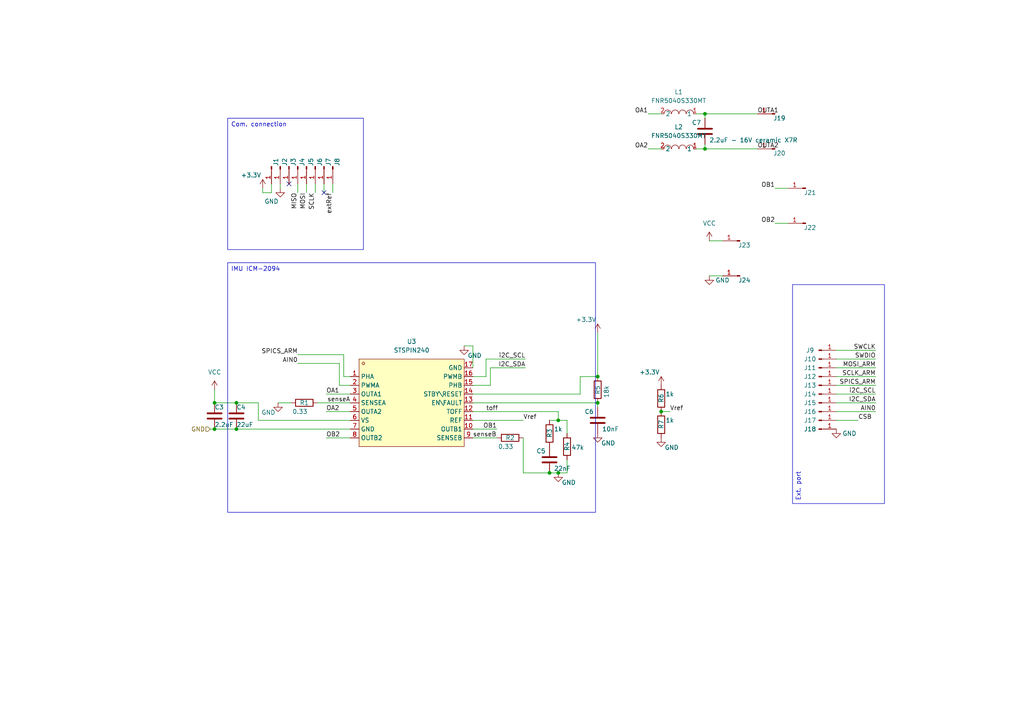
<source format=kicad_sch>
(kicad_sch (version 20231120) (generator "eeschema") (generator_version "8.0")
  (paper "A4")
  (title_block (title "IMU ICM2094") (date "2024-03-30") (rev "v1.0"))
  (lib_symbols
    (symbol "00_lcsc:FNR5040S330MT"
      (property "Reference" "L" (at 0 5.08 0))
      (property "Value" "FNR5040S330MT" (at 0 -5.08 0))
      (symbol "FNR5040S330MT_0_1"
        (arc (start -4.29 -0.02) (mid -2.81 -1.01) (end -2.27 -0.02))
        (arc (start -2.13 -0.02) (mid -0.66 -1.01) (end -0.11 -0.02))
        (arc (start 0.02 -0.02) (mid 1.49 -1.01) (end 2.04 -0.02))
        (arc (start 2.21 -0.02) (mid 3.68 -1.01) (end 4.23 -0.02))
        (pin unspecified line (at -5.08 0 0) (length 0.762) (name "1") (number "1"))
        (pin unspecified line (at 5.08 0 180) (length 0.762) (name "2") (number "2"))
      )
    )
    (symbol "00_lcsc:STSPIN240"
      (property "Reference" "U" (at 0 15.24 0))
      (property "Value" "STSPIN240" (at 0 -15.24 0))
      (symbol "STSPIN240_0_1"
        (rectangle (start -15.24 12.7) (end 15.24 -12.7) (fill (type background)))
        (circle (center -13.97 11.43) (radius 0.38))
        (pin unspecified line (at -17.78 7.62 0) (length 2.54) (name "PHA") (number "1"))
        (pin unspecified line (at 17.78 -7.62 180) (length 2.54) (name "OUTB1") (number "10"))
        (pin unspecified line (at 17.78 -5.08 180) (length 2.54) (name "REF") (number "11"))
        (pin unspecified line (at 17.78 -2.54 180) (length 2.54) (name "TOFF") (number "12"))
        (pin unspecified line (at 17.78 0 180) (length 2.54) (name "EN\\FAULT") (number "13"))
        (pin unspecified line (at 17.78 2.54 180) (length 2.54) (name "STBY\\RESET") (number "14"))
        (pin unspecified line (at 17.78 5.08 180) (length 2.54) (name "PHB") (number "15"))
        (pin unspecified line (at 17.78 7.62 180) (length 2.54) (name "PWMB") (number "16"))
        (pin unspecified line (at 17.78 10.16 180) (length 2.54) (name "GND") (number "17"))
        (pin unspecified line (at -17.78 5.08 0) (length 2.54) (name "PWMA") (number "2"))
        (pin unspecified line (at -17.78 2.54 0) (length 2.54) (name "OUTA1") (number "3"))
        (pin unspecified line (at -17.78 0 0) (length 2.54) (name "SENSEA") (number "4"))
        (pin unspecified line (at -17.78 -2.54 0) (length 2.54) (name "OUTA2") (number "5"))
        (pin unspecified line (at -17.78 -5.08 0) (length 2.54) (name "VS") (number "6"))
        (pin unspecified line (at -17.78 -7.62 0) (length 2.54) (name "GND") (number "7"))
        (pin unspecified line (at -17.78 -10.16 0) (length 2.54) (name "OUTB2") (number "8"))
        (pin unspecified line (at 17.78 -10.16 180) (length 2.54) (name "SENSEB") (number "9"))
      )
    )
    (symbol "Connector:Conn_01x01_Pin" (pin_names (offset 1.016) hide)
      (property "Reference" "J" (at 0 2.54 0))
      (property "Value" "Conn_01x01_Pin" (at 0 -2.54 0))
      (symbol "Conn_01x01_Pin_1_1"
        (polyline (pts (xy 1.27 0) (xy 0.8636 0)) (stroke (width 0.1524)))
        (rectangle (start 0.8636 0.127) (end 0 -0.127) (stroke (width 0.1524)) (fill (type outline)))
        (pin passive line (at 5.08 0 180) (length 3.81) (name "Pin_1") (number "1"))
      )
    )
    (symbol "Device:C" (pin_numbers hide) (pin_names (offset 0.254))
      (property "Reference" "C" (at 0.635 2.54 0))
      (property "Value" "C" (at 0.635 -2.54 0))
      (symbol "C_0_1"
        (polyline (pts (xy -2.032 -0.762) (xy 2.032 -0.762)) (stroke (width 0.508)))
        (polyline (pts (xy -2.032 0.762) (xy 2.032 0.762)) (stroke (width 0.508)))
      )
      (symbol "C_1_1"
        (pin passive line (at 0 3.81 270) (length 2.794) (name "~") (number "1"))
        (pin passive line (at 0 -3.81 90) (length 2.794) (name "~") (number "2"))
      )
    )
    (symbol "Device:R" (pin_numbers hide) (pin_names (offset 0))
      (property "Reference" "R" (at 2.032 0 90))
      (property "Value" "R" (at 0 0 90))
      (symbol "R_0_1"
        (rectangle (start -1.016 -2.54) (end 1.016 2.54) (stroke (width 0.254)))
      )
      (symbol "R_1_1"
        (pin passive line (at 0 3.81 270) (length 1.27) (name "~") (number "1"))
        (pin passive line (at 0 -3.81 90) (length 1.27) (name "~") (number "2"))
      )
    )
    (symbol "power:+3.3V" (power) (pin_names (offset 0))
      (property "Value" "+3.3V" (at 0 3.556 0))
      (symbol "+3.3V_0_1"
        (polyline (pts (xy -0.762 1.27) (xy 0 2.54)))
        (polyline (pts (xy 0 0) (xy 0 2.54)))
        (polyline (pts (xy 0 2.54) (xy 0.762 1.27)))
      )
      (symbol "+3.3V_1_1"
        (pin power_in line (at 0 0 90) (length 0) hide (name "+3.3V") (number "1"))
      )
    )
    (symbol "power:GND" (power) (pin_names (offset 0))
      (property "Value" "GND" (at 0 -3.81 0))
      (symbol "GND_0_1"
        (polyline (pts (xy 0 0) (xy 0 -1.27) (xy 1.27 -1.27) (xy 0 -2.54) (xy -1.27 -1.27) (xy 0 -1.27)))
      )
      (symbol "GND_1_1"
        (pin power_in line (at 0 0 270) (length 0) hide (name "GND") (number "1"))
      )
    )
    (symbol "power:VCC" (power) (pin_numbers hide) (pin_names (offset 0) hide)
      (property "Value" "VCC" (at 0 3.556 0))
      (symbol "VCC_0_1"
        (polyline (pts (xy -0.762 1.27) (xy 0 2.54)))
        (polyline (pts (xy 0 0) (xy 0 2.54)))
        (polyline (pts (xy 0 2.54) (xy 0.762 1.27)))
      )
      (symbol "VCC_1_1"
        (pin power_in line (at 0 0 90) (length 0) (name "~") (number "1"))
      )
    )
  )
  (junction (at 62.23 116.84))
  (junction (at 161.925 137.16))
  (junction (at 62.23 124.46))
  (junction (at 161.925 121.92))
  (junction (at 159.385 137.16))
  (junction (at 191.77 119.38))
  (junction (at 68.58 124.46))
  (junction (at 204.47 33.02))
  (junction (at 173.355 116.84))
  (junction (at 204.47 43.18))
  (junction (at 173.355 109.22))
  (junction (at 68.58 116.84))
  (no_connect (at 83.82 53.34))
  (no_connect (at 93.98 55.88))
  (wire (pts (xy 140.97 104.14) (xy 152.4 104.14)))
  (wire (pts (xy 137.16 116.84) (xy 173.355 116.84)))
  (wire (pts (xy 94.615 127) (xy 101.6 127)))
  (wire (pts (xy 152.4 106.68) (xy 142.24 106.68)))
  (wire (pts (xy 68.58 124.46) (xy 101.6 124.46)))
  (wire (pts (xy 201.93 33.02) (xy 204.47 33.02)))
  (wire (pts (xy 94.615 114.3) (xy 101.6 114.3)))
  (wire (pts (xy 168.275 114.3) (xy 168.275 109.22)))
  (wire (pts (xy 242.57 106.68) (xy 254 106.68)))
  (wire (pts (xy 151.765 127) (xy 151.765 137.16)))
  (wire (pts (xy 242.57 111.76) (xy 254 111.76)))
  (wire (pts (xy 88.9 53.34) (xy 88.9 55.88)))
  (wire (pts (xy 68.58 116.84) (xy 62.23 116.84)))
  (wire (pts (xy 205.74 80.01) (xy 209.55 80.01)))
  (wire (pts (xy 74.93 116.84) (xy 68.58 116.84)))
  (wire (pts (xy 151.765 137.16) (xy 159.385 137.16)))
  (wire (pts (xy 204.47 33.02) (xy 204.47 34.29)))
  (wire (pts (xy 205.74 69.85) (xy 209.55 69.85)))
  (wire (pts (xy 80.645 116.84) (xy 84.455 116.84)))
  (wire (pts (xy 137.16 114.3) (xy 168.275 114.3)))
  (wire (pts (xy 74.93 121.92) (xy 74.93 116.84)))
  (wire (pts (xy 94.615 119.38) (xy 101.6 119.38)))
  (wire (pts (xy 161.925 119.38) (xy 161.925 121.92)))
  (wire (pts (xy 96.52 53.34) (xy 96.52 55.88)))
  (wire (pts (xy 242.57 119.38) (xy 254 119.38)))
  (wire (pts (xy 98.425 105.41) (xy 98.425 111.76)))
  (wire (pts (xy 99.695 109.22) (xy 101.6 109.22)))
  (wire (pts (xy 194.31 119.38) (xy 191.77 119.38)))
  (wire (pts (xy 161.925 121.92) (xy 164.465 121.92)))
  (wire (pts (xy 161.925 137.16) (xy 164.465 137.16)))
  (wire (pts (xy 91.44 53.34) (xy 91.44 55.88)))
  (wire (pts (xy 224.79 54.61) (xy 228.6 54.61)))
  (wire (pts (xy 86.36 102.87) (xy 99.695 102.87)))
  (wire (pts (xy 137.16 100.33) (xy 137.16 106.68)))
  (wire (pts (xy 242.57 109.22) (xy 254 109.22)))
  (wire (pts (xy 76.2 55.88) (xy 78.74 55.88)))
  (wire (pts (xy 144.145 124.46) (xy 137.16 124.46)))
  (wire (pts (xy 137.16 119.38) (xy 161.925 119.38)))
  (wire (pts (xy 140.97 104.14) (xy 140.97 109.22)))
  (wire (pts (xy 137.16 127) (xy 144.145 127)))
  (wire (pts (xy 204.47 33.02) (xy 219.71 33.02)))
  (wire (pts (xy 164.465 137.16) (xy 164.465 133.35)))
  (wire (pts (xy 74.93 121.92) (xy 101.6 121.92)))
  (wire (pts (xy 187.96 43.18) (xy 191.77 43.18)))
  (wire (pts (xy 159.385 121.92) (xy 161.925 121.92)))
  (wire (pts (xy 204.47 43.18) (xy 219.71 43.18)))
  (wire (pts (xy 159.385 137.16) (xy 161.925 137.16)))
  (wire (pts (xy 242.57 114.3) (xy 254 114.3)))
  (wire (pts (xy 164.465 121.92) (xy 164.465 125.73)))
  (wire (pts (xy 204.47 41.91) (xy 204.47 43.18)))
  (wire (pts (xy 92.075 116.84) (xy 101.6 116.84)))
  (wire (pts (xy 173.355 96.52) (xy 173.355 109.22)))
  (wire (pts (xy 134.62 100.33) (xy 137.16 100.33)))
  (wire (pts (xy 201.93 43.18) (xy 204.47 43.18)))
  (wire (pts (xy 173.355 116.84) (xy 173.355 118.11)))
  (wire (pts (xy 242.57 101.6) (xy 254 101.6)))
  (wire (pts (xy 151.765 121.92) (xy 137.16 121.92)))
  (wire (pts (xy 86.36 53.34) (xy 86.36 55.88)))
  (wire (pts (xy 242.57 104.14) (xy 254 104.14)))
  (wire (pts (xy 140.97 109.22) (xy 137.16 109.22)))
  (wire (pts (xy 81.28 54.61) (xy 81.28 53.34)))
  (wire (pts (xy 86.36 105.41) (xy 98.425 105.41)))
  (wire (pts (xy 78.74 53.34) (xy 78.74 55.88)))
  (wire (pts (xy 187.96 33.02) (xy 191.77 33.02)))
  (wire (pts (xy 62.23 124.46) (xy 68.58 124.46)))
  (wire (pts (xy 242.57 116.84) (xy 254 116.84)))
  (wire (pts (xy 98.425 111.76) (xy 101.6 111.76)))
  (wire (pts (xy 142.24 106.68) (xy 142.24 111.76)))
  (wire (pts (xy 62.23 113.03) (xy 62.23 116.84)))
  (wire (pts (xy 168.275 109.22) (xy 173.355 109.22)))
  (wire (pts (xy 142.24 111.76) (xy 137.16 111.76)))
  (wire (pts (xy 60.96 124.46) (xy 62.23 124.46)))
  (wire (pts (xy 99.695 102.87) (xy 99.695 109.22)))
  (wire (pts (xy 242.57 121.92) (xy 248.92 121.92)))
  (wire (pts (xy 93.98 53.34) (xy 93.98 55.88)))
  (wire (pts (xy 76.2 54.61) (xy 76.2 55.88)))
  (wire (pts (xy 224.79 64.77) (xy 228.6 64.77)))
  (text_box "Com. connection" (at 66.04 34.29 0) (size 39.37 38.1) (effects (font (size 1.27 1.27)) (justify left top)))
  (text_box "Ext. port" (at 229.87 146.05 90) (size 26.67 -63.5) (effects (font (size 1.27 1.27)) (justify left top)))
  (text_box "IMU ICM-2094" (at 66.04 76.2 0) (size 106.68 72.39) (effects (font (size 1.27 1.27)) (justify left top)))
  (label "i2C_SCL" (at 152.4 104.14 180))
  (label "OA2" (at 94.615 119.38 0))
  (label "AIN0" (at 254 119.38 180))
  (label "senseA" (at 101.6 116.84 180))
  (label "SCLK_ARM" (at 254 109.22 180))
  (label "SPICS_ARM" (at 86.36 102.87 180))
  (label "Vref" (at 194.31 119.38 0))
  (label "MOSI_ARM" (at 254 106.68 180))
  (label "OA1" (at 187.96 33.02 180))
  (label "Vref" (at 151.765 121.92 0))
  (label "SPICS_ARM" (at 254 111.76 180))
  (label "OUTA1" (at 219.71 33.02 0))
  (label "I2C_SDA" (at 254 116.84 180))
  (label "i2C_SCL" (at 254 114.3 180))
  (label "SWCLK" (at 254 101.6 180))
  (label "MOSI" (at 88.9 55.88 270))
  (label "OA1" (at 94.615 114.3 0))
  (label "SWDIO" (at 254 104.14 180))
  (label "AIN0" (at 86.36 105.41 180))
  (label "OB2" (at 224.79 64.77 180))
  (label "OB1" (at 144.145 124.46 180))
  (label "OA2" (at 187.96 43.18 180))
  (label "OUTA2" (at 219.71 43.18 0))
  (label "CSB" (at 248.92 121.92 0))
  (label "extRef" (at 96.52 55.88 270))
  (label "senseB" (at 137.16 127 0))
  (label "OB1" (at 224.79 54.61 180))
  (label "toff" (at 140.97 119.38 0))
  (label "OB2" (at 94.615 127 0))
  (label "SCLK" (at 91.44 55.88 270))
  (label "I2C_SDA" (at 152.4 106.68 180))
  (label "MISO" (at 86.36 55.88 270))
  (hierarchical_label "GND" (shape input) (at 60.96 124.46 180))
  (symbol (lib_id "power:GND") (at 81.28 54.61 0) (unit 1)
    (property "Reference" "#PWR07" (effects (hide yes)))
    (property "Value" "GND" (at 78.74 58.42 0))
  )
  (symbol (lib_id "power:GND") (at 173.355 125.73 0) (unit 1)
    (property "Reference" "#PWR02" (effects (hide yes)))
    (property "Value" "GND" (at 176.403 128.524 0))
  )
  (symbol (lib_id "Device:R") (at 173.355 113.03 180) (unit 1)
    (property "Reference" "R5" (at 173.355 111.76 90) (effects (justify left)))
    (property "Value" "18k" (at 175.895 111.76 90) (effects (justify left)))
    (property "Footprint" "Resistor_SMD:R_0402_1005Metric" (effects (hide yes)))
    (property "LCSC" "C25762" (effects (hide yes)))
  )
  (symbol (lib_id "Connector:Conn_01x01_Pin") (at 81.28 48.26 270) (unit 1)
    (property "Reference" "J2" (at 82.55 46.99 0))
    (property "Value" "Conn_01x01_Pin" (effects (hide yes)))
    (property "Footprint" "00_custom-footprints:PinHeader_1x01_P1.27mm_Vertical" (effects (hide yes)))
  )
  (symbol (lib_id "Connector:Conn_01x01_Pin") (at 237.49 116.84 0) (unit 1)
    (property "Reference" "J15" (at 234.95 116.84 0))
    (property "Value" "Conn_01x01_Pin" (effects (hide yes)))
    (property "Footprint" "00_custom-footprints:PinHeader_1x01_P1.27mm_Vertical" (effects (hide yes)))
  )
  (symbol (lib_id "00_lcsc:STSPIN240") (at 119.38 116.84 0) (unit 1)
    (property "Reference" "U3" (at 119.38 99.06 0))
    (property "Value" "STSPIN240" (at 119.38 101.6 0))
    (property "Footprint" "00_lcsc:QFN-16_L3.0-W3.0-P0.50-BL-EP1.7" (effects (hide yes)))
    (property "Datasheet" "https://lcsc.com/product-detail/Motor-Drivers_STMicroelectronics-STSPIN240_C962258.html" (effects (hide yes)))
    (property "LCSC Part" "C962258" (effects (hide yes)))
  )
  (symbol (lib_id "Connector:Conn_01x01_Pin") (at 237.49 124.46 0) (unit 1)
    (property "Reference" "J18" (at 234.95 124.46 0))
    (property "Value" "Conn_01x01_Pin" (effects (hide yes)))
    (property "Footprint" "00_custom-footprints:PinHeader_1x01_P1.27mm_Vertical" (effects (hide yes)))
  )
  (symbol (lib_id "power:VCC") (at 62.23 113.03 0) (unit 1)
    (property "Reference" "#PWR011" (effects (hide yes)))
    (property "Value" "VCC" (at 62.23 107.95 0))
    (property "Description" "Power symbol creates a global label with name \"VCC\"" (effects (hide yes)))
  )
  (symbol (lib_id "Connector:Conn_01x01_Pin") (at 78.74 48.26 270) (unit 1)
    (property "Reference" "J1" (at 80.01 46.99 0))
    (property "Value" "Conn_01x01_Pin" (effects (hide yes)))
    (property "Footprint" "00_custom-footprints:PinHeader_1x01_P1.27mm_Vertical" (effects (hide yes)))
  )
  (symbol (lib_id "power:GND") (at 242.57 124.46 0) (unit 1)
    (property "Reference" "#PWR013" (effects (hide yes)))
    (property "Value" "GND" (at 246.38 125.73 0))
  )
  (symbol (lib_id "00_lcsc:FNR5040S330MT") (at 196.85 43.18 180) (unit 1)
    (property "Reference" "L2" (at 196.85 36.83 0))
    (property "Value" "FNR5040S330MT" (at 196.85 39.37 0))
    (property "Footprint" "00_lcsc:IND-SMD_L5.0-W5.0_FNR50XXS" (effects (hide yes)))
    (property "Datasheet" "https://lcsc.com/product-detail/Power-Inductors_Changjiang-Microelectronics-Tech-FNR5040S330MT_C167973.html" (effects (hide yes)))
    (property "LCSC Part" "C167973" (effects (hide yes)))
  )
  (symbol (lib_id "Connector:Conn_01x01_Pin") (at 237.49 104.14 0) (unit 1)
    (property "Reference" "J10" (at 234.95 104.14 0))
    (property "Value" "Conn_01x01_Pin" (effects (hide yes)))
    (property "Footprint" "00_custom-footprints:PinHeader_1x01_P1.27mm_Vertical" (effects (hide yes)))
  )
  (symbol (lib_id "power:GND") (at 134.62 100.33 0) (unit 1)
    (property "Reference" "#PWR012" (effects (hide yes)))
    (property "Value" "GND" (at 137.668 103.124 0))
  )
  (symbol (lib_id "Connector:Conn_01x01_Pin") (at 237.49 106.68 0) (unit 1)
    (property "Reference" "J11" (at 234.95 106.68 0))
    (property "Value" "Conn_01x01_Pin" (effects (hide yes)))
    (property "Footprint" "00_custom-footprints:PinHeader_1x01_P1.27mm_Vertical" (effects (hide yes)))
  )
  (symbol (lib_id "power:+3.3V") (at 76.2 54.61 0) (unit 1)
    (property "Reference" "#PWR06" (effects (hide yes)))
    (property "Value" "+3.3V" (at 69.85 50.8 0) (effects (justify left)))
  )
  (symbol (lib_id "power:+3.3V") (at 191.77 111.76 0) (unit 1)
    (property "Reference" "#PWR05" (effects (hide yes)))
    (property "Value" "+3.3V" (at 185.42 107.95 0) (effects (justify left)))
  )
  (symbol (lib_id "Connector:Conn_01x01_Pin") (at 224.79 33.02 180) (unit 1)
    (property "Reference" "J19" (at 226.06 34.29 0))
    (property "Value" "Conn_01x01_Pin" (effects (hide yes)))
    (property "Footprint" "00_custom-footprints:PinHeader_1x01_P1.27mm_Vertical" (effects (hide yes)))
  )
  (symbol (lib_id "Connector:Conn_01x01_Pin") (at 237.49 119.38 0) (unit 1)
    (property "Reference" "J16" (at 234.95 119.38 0))
    (property "Value" "Conn_01x01_Pin" (effects (hide yes)))
    (property "Footprint" "00_custom-footprints:PinHeader_1x01_P1.27mm_Vertical" (effects (hide yes)))
  )
  (symbol (lib_id "Connector:Conn_01x01_Pin") (at 224.79 43.18 180) (unit 1)
    (property "Reference" "J20" (at 226.06 44.45 0))
    (property "Value" "Conn_01x01_Pin" (effects (hide yes)))
    (property "Footprint" "00_custom-footprints:PinHeader_1x01_P1.27mm_Vertical" (effects (hide yes)))
  )
  (symbol (lib_id "Device:R") (at 88.265 116.84 90) (unit 1)
    (property "Reference" "R1" (at 88.265 116.84 90))
    (property "Value" "0.33" (at 86.995 119.38 90))
    (property "Footprint" "Resistor_SMD:R_1206_3216Metric" (effects (hide yes)))
    (property "LCSC" "C95939" (effects (hide yes)))
  )
  (symbol (lib_id "Device:R") (at 191.77 123.19 0) (unit 1)
    (property "Reference" "R7" (at 191.77 124.46 90) (effects (justify left)))
    (property "Value" "1k" (at 193.04 121.92 0) (effects (justify left)))
    (property "Footprint" "Resistor_SMD:R_0402_1005Metric" (effects (hide yes)))
    (property "LCSC" "C11702" (effects (hide yes)))
  )
  (symbol (lib_id "Device:R") (at 159.385 125.73 0) (unit 1)
    (property "Reference" "R3" (at 159.385 127 90) (effects (justify left)))
    (property "Value" "1k" (at 160.655 124.46 0) (effects (justify left)))
    (property "Footprint" "Resistor_SMD:R_0402_1005Metric" (effects (hide yes)))
    (property "LCSC" "C11702" (effects (hide yes)))
  )
  (symbol (lib_id "Device:C") (at 159.385 133.35 0) (unit 1)
    (property "Reference" "C5" (at 155.575 130.81 0) (effects (justify left)))
    (property "Value" "22nF" (at 160.655 135.89 0) (effects (justify left)))
    (property "Footprint" "Capacitor_SMD:C_0402_1005Metric" (effects (hide yes)))
    (property "LCSC" "C1532" (effects (hide yes)))
  )
  (symbol (lib_id "Connector:Conn_01x01_Pin") (at 237.49 121.92 0) (unit 1)
    (property "Reference" "J17" (at 234.95 121.92 0))
    (property "Value" "Conn_01x01_Pin" (effects (hide yes)))
    (property "Footprint" "00_custom-footprints:PinHeader_1x01_P1.27mm_Vertical" (effects (hide yes)))
  )
  (symbol (lib_id "Device:C") (at 62.23 120.65 0) (unit 1)
    (property "Reference" "C3" (at 62.23 118.11 0) (effects (justify left)))
    (property "Value" "2.2uF" (at 62.23 123.19 0) (effects (justify left)))
    (property "Footprint" "Capacitor_SMD:C_0402_1005Metric" (effects (hide yes)))
    (property "LCSC" "C12530" (effects (hide yes)))
  )
  (symbol (lib_id "Device:R") (at 147.955 127 90) (unit 1)
    (property "Reference" "R2" (at 147.955 127 90))
    (property "Value" "0.33" (at 146.685 129.54 90))
    (property "Footprint" "Resistor_SMD:R_1206_3216Metric" (effects (hide yes)))
  )
  (symbol (lib_id "Connector:Conn_01x01_Pin") (at 86.36 48.26 270) (unit 1)
    (property "Reference" "J4" (at 87.63 46.99 0))
    (property "Value" "Conn_01x01_Pin" (effects (hide yes)))
    (property "Footprint" "00_custom-footprints:PinHeader_1x01_P1.27mm_Vertical" (effects (hide yes)))
  )
  (symbol (lib_id "00_lcsc:FNR5040S330MT") (at 196.85 33.02 180) (unit 1)
    (property "Reference" "L1" (at 196.85 26.67 0))
    (property "Value" "FNR5040S330MT" (at 196.85 29.21 0))
    (property "Footprint" "00_lcsc:IND-SMD_L5.0-W5.0_FNR50XXS" (effects (hide yes)))
    (property "Datasheet" "https://lcsc.com/product-detail/Power-Inductors_Changjiang-Microelectronics-Tech-FNR5040S330MT_C167973.html" (effects (hide yes)))
    (property "LCSC Part" "C167973" (effects (hide yes)))
  )
  (symbol (lib_id "Device:C") (at 173.355 121.92 0) (unit 1)
    (property "Reference" "C6" (at 169.545 119.38 0) (effects (justify left)))
    (property "Value" "10nF" (at 174.625 124.46 0) (effects (justify left)))
    (property "Footprint" "Capacitor_SMD:C_0402_1005Metric" (effects (hide yes)))
    (property "LCSC" "C15195" (effects (hide yes)))
  )
  (symbol (lib_id "Connector:Conn_01x01_Pin") (at 93.98 48.26 270) (unit 1)
    (property "Reference" "J7" (at 95.25 46.99 0))
    (property "Value" "Conn_01x01_Pin" (effects (hide yes)))
    (property "Footprint" "00_custom-footprints:PinHeader_1x01_P1.27mm_Vertical" (effects (hide yes)))
  )
  (symbol (lib_id "Device:C") (at 68.58 120.65 0) (unit 1)
    (property "Reference" "C4" (at 68.58 118.11 0) (effects (justify left)))
    (property "Value" "22uF" (at 68.58 123.19 0) (effects (justify left)))
    (property "Footprint" "Capacitor_SMD:C_0402_1005Metric" (effects (hide yes)))
    (property "LCSC" "C1532" (effects (hide yes)))
  )
  (symbol (lib_id "Device:R") (at 164.465 129.54 0) (unit 1)
    (property "Reference" "R4" (at 164.465 130.81 90) (effects (justify left)))
    (property "Value" "47k" (at 165.735 129.794 0) (effects (justify left)))
    (property "Footprint" "Resistor_SMD:R_0402_1005Metric" (effects (hide yes)))
    (property "LCSC" "C25792" (effects (hide yes)))
  )
  (symbol (lib_id "power:GND") (at 191.77 127 0) (unit 1)
    (property "Reference" "#PWR09" (effects (hide yes)))
    (property "Value" "GND" (at 194.818 129.794 0))
  )
  (symbol (lib_id "Connector:Conn_01x01_Pin") (at 233.68 64.77 180) (unit 1)
    (property "Reference" "J22" (at 234.95 66.04 0))
    (property "Value" "Conn_01x01_Pin" (effects (hide yes)))
    (property "Footprint" "00_custom-footprints:PinHeader_1x01_P1.27mm_Vertical" (effects (hide yes)))
  )
  (symbol (lib_id "Connector:Conn_01x01_Pin") (at 96.52 48.26 270) (unit 1)
    (property "Reference" "J8" (at 97.79 46.99 0))
    (property "Value" "Conn_01x01_Pin" (effects (hide yes)))
    (property "Footprint" "00_custom-footprints:PinHeader_1x01_P1.27mm_Vertical" (effects (hide yes)))
  )
  (symbol (lib_id "power:GND") (at 80.645 116.84 0) (unit 1)
    (property "Reference" "#PWR010" (effects (hide yes)))
    (property "Value" "GND" (at 77.851 119.634 0))
  )
  (symbol (lib_id "Connector:Conn_01x01_Pin") (at 237.49 109.22 0) (unit 1)
    (property "Reference" "J12" (at 234.95 109.22 0))
    (property "Value" "Conn_01x01_Pin" (effects (hide yes)))
    (property "Footprint" "00_custom-footprints:PinHeader_1x01_P1.27mm_Vertical" (effects (hide yes)))
  )
  (symbol (lib_id "Connector:Conn_01x01_Pin") (at 237.49 114.3 0) (unit 1)
    (property "Reference" "J14" (at 234.95 114.3 0))
    (property "Value" "Conn_01x01_Pin" (effects (hide yes)))
    (property "Footprint" "00_custom-footprints:PinHeader_1x01_P1.27mm_Vertical" (effects (hide yes)))
  )
  (symbol (lib_id "power:+3.3V") (at 173.355 96.52 0) (unit 1)
    (property "Reference" "#PWR01" (effects (hide yes)))
    (property "Value" "+3.3V" (at 167.005 92.71 0) (effects (justify left)))
  )
  (symbol (lib_id "Connector:Conn_01x01_Pin") (at 237.49 111.76 0) (unit 1)
    (property "Reference" "J13" (at 234.95 111.76 0))
    (property "Value" "Conn_01x01_Pin" (effects (hide yes)))
    (property "Footprint" "00_custom-footprints:PinHeader_1x01_P1.27mm_Vertical" (effects (hide yes)))
  )
  (symbol (lib_id "Connector:Conn_01x01_Pin") (at 83.82 48.26 270) (unit 1)
    (property "Reference" "J3" (at 85.09 46.99 0))
    (property "Value" "Conn_01x01_Pin" (effects (hide yes)))
    (property "Footprint" "00_custom-footprints:PinHeader_1x01_P1.27mm_Vertical" (effects (hide yes)))
  )
  (symbol (lib_id "Connector:Conn_01x01_Pin") (at 91.44 48.26 270) (unit 1)
    (property "Reference" "J6" (at 92.71 46.99 0))
    (property "Value" "Conn_01x01_Pin" (effects (hide yes)))
    (property "Footprint" "00_custom-footprints:PinHeader_1x01_P1.27mm_Vertical" (effects (hide yes)))
  )
  (symbol (lib_id "Connector:Conn_01x01_Pin") (at 237.49 101.6 0) (unit 1)
    (property "Reference" "J9" (at 234.95 101.6 0))
    (property "Value" "Conn_01x01_Pin" (effects (hide yes)))
    (property "Footprint" "00_custom-footprints:PinHeader_1x01_P1.27mm_Vertical" (effects (hide yes)))
  )
  (symbol (lib_id "Device:R") (at 191.77 115.57 0) (unit 1)
    (property "Reference" "R6" (at 191.77 116.84 90) (effects (justify left)))
    (property "Value" "1k" (at 193.04 114.3 0) (effects (justify left)))
    (property "Footprint" "Resistor_SMD:R_0402_1005Metric" (effects (hide yes)))
    (property "LCSC" "C11702" (effects (hide yes)))
  )
  (symbol (lib_id "Connector:Conn_01x01_Pin") (at 88.9 48.26 270) (unit 1)
    (property "Reference" "J5" (at 90.17 46.99 0))
    (property "Value" "Conn_01x01_Pin" (effects (hide yes)))
    (property "Footprint" "00_custom-footprints:PinHeader_1x01_P1.27mm_Vertical" (effects (hide yes)))
  )
  (symbol (lib_id "power:GND") (at 205.74 80.01 0) (unit 1)
    (property "Reference" "#PWR03" (effects (hide yes)))
    (property "Value" "GND" (at 209.55 81.28 0))
  )
  (symbol (lib_id "power:GND") (at 161.925 137.16 0) (unit 1)
    (property "Reference" "#PWR04" (effects (hide yes)))
    (property "Value" "GND" (at 164.973 139.954 0))
  )
  (symbol (lib_id "Connector:Conn_01x01_Pin") (at 214.63 69.85 180) (unit 1)
    (property "Reference" "J23" (at 215.9 71.12 0))
    (property "Value" "Conn_01x01_Pin" (effects (hide yes)))
    (property "Footprint" "00_custom-footprints:PinHeader_1x01_P1.27mm_Vertical" (effects (hide yes)))
  )
  (symbol (lib_id "Device:C") (at 204.47 38.1 0) (unit 1)
    (property "Reference" "C7" (at 200.66 35.56 0) (effects (justify left)))
    (property "Value" "2.2uF - 16V ceramic X7R" (at 205.74 40.64 0) (effects (justify left)))
    (property "Footprint" "Capacitor_SMD:C_0603_1608Metric" (effects (hide yes)))
    (property "LCSC" "C23630" (effects (hide yes)))
  )
  (symbol (lib_id "power:VCC") (at 205.74 69.85 0) (unit 1)
    (property "Reference" "#PWR08" (effects (hide yes)))
    (property "Value" "VCC" (at 205.74 64.77 0))
    (property "Description" "Power symbol creates a global label with name \"VCC\"" (effects (hide yes)))
  )
  (symbol (lib_id "Connector:Conn_01x01_Pin") (at 214.63 80.01 180) (unit 1)
    (property "Reference" "J24" (at 215.9 81.28 0))
    (property "Value" "Conn_01x01_Pin" (effects (hide yes)))
    (property "Footprint" "00_custom-footprints:PinHeader_1x01_P1.27mm_Vertical" (effects (hide yes)))
  )
  (symbol (lib_id "Connector:Conn_01x01_Pin") (at 233.68 54.61 180) (unit 1)
    (property "Reference" "J21" (at 234.95 55.88 0))
    (property "Value" "Conn_01x01_Pin" (effects (hide yes)))
    (property "Footprint" "00_custom-footprints:PinHeader_1x01_P1.27mm_Vertical" (effects (hide yes)))
  )
)
</source>
